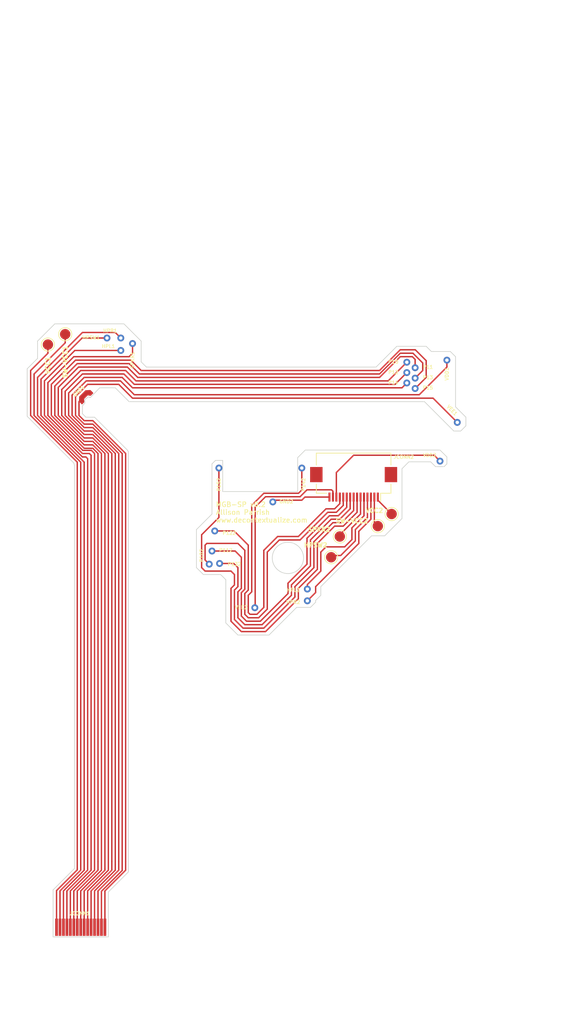
<source format=kicad_pcb>
(kicad_pcb (version 20211014) (generator pcbnew)
  (layers (0 "F.Cu" signal) (31 "B.Cu" signal) (34 "B.Paste" user) (35 "F.Paste" user) (36 "B.SilkS" user "B.Silkscreen") (37 "F.SilkS" user "F.Silkscreen") (38 "B.Mask" user) (39 "F.Mask" user) (44 "Edge.Cuts" user))
  (net 0 "")
  (net 1 "Net-(GND1-Pad1)")
  (net 2 "Net-(JCONN2-Pad15)")
  (net 3 "Net-(HPL1-Pad1)")
  (net 4 "Net-(JCONN2-Pad5)")
  (net 5 "Net-(HPR1-Pad1)")
  (net 6 "Net-(JCONN2-Pad3)")
  (net 7 "Net-(HPSW1-Pad1)")
  (net 8 "Net-(JCONN2-Pad4)")
  (net 9 "Net-(JCONN1-Pad1)")
  (net 10 "Net-(JCONN1-Pad2)")
  (net 11 "Net-(JCONN1-Pad6)")
  (net 12 "Net-(JCONN1-Pad7)")
  (net 13 "Net-(JCONN1-Pad8)")
  (net 14 "Net-(JCONN1-Pad14)")
  (net 15 "Net-(JCONN2-Pad1)")
  (net 16 "Net-(JCONN2-Pad2)")
  (net 17 "Net-(JCONN2-Pad6)")
  (net 18 "Net-(JCONN2-Pad7)")
  (net 19 "Net-(JCONN2-Pad8)")
  (net 20 "Net-(JCONN2-Pad9)")
  (net 21 "Net-(JCONN2-Pad10)")
  (net 22 "Net-(JCONN2-Pad11)")
  (net 23 "Net-(JCONN2-Pad12)")
  (net 24 "Net-(JCONN2-Pad13)")
  (net 25 "Net-(JCONN1-Pad9)")
  (net 26 "Net-(JCONN1-Pad10)")
  (net 27 "Net-(JCONN1-Pad11)")
  (net 28 "Net-(JCONN1-Pad12)")
  (net 29 "Net-(JCONN1-Pad13)")
  (net 30 "Net-(JCONN2-Pad14)")
  (footprint "TestPoint:TestPoint_Pad_D1.5mm" (layer "F.Cu") (at 75 94.25)
    (fp_text reference "VCC2" (at -2.5 -0.5) (layer "F.SilkS") (effects (font (size 0.65 0.65))))
    (fp_text value "MountingHole_Pad")
    (fp_circle (center 0 0) (end 0 0.95) (layer "F.SilkS") (width 0.12) (fill none))
    (pad "1" smd circle locked (at 0 0) (size 1.5 1.5) (layers "F.Cu" "F.Mask") (net 15 "Net-(JCONN2-Pad1)"))
  )
  (footprint "TestPoint:TestPoint_Pad_D1.5mm" (layer "F.Cu") (at 25.25 69.75)
    (fp_text reference "VCC1" (at 0 3 90) (layer "F.SilkS") (effects (font (size 0.65 0.65))))
    (fp_text value "MountingHole_Pad")
    (fp_circle (center 0 0) (end 0 0.95) (layer "F.SilkS") (width 0.12) (fill none))
    (pad "1" smd circle (at 0 0) (size 1.5 1.5) (layers "F.Cu" "F.Mask") (net 9 "Net-(JCONN1-Pad1)"))
  )
  (footprint "TestPoint:TestPoint_Pad_D1.5mm" (layer "F.Cu") (at 27.75 68.25)
    (fp_text reference "SW-VCC1" (at 0 4 90) (layer "F.SilkS") (effects (font (size 0.65 0.65))))
    (fp_text value "MountingHole_Pad")
    (fp_circle (center 0 0) (end 0 0.95) (layer "F.SilkS") (width 0.12) (fill none))
    (pad "1" smd circle (at 0 0) (size 1.5 1.5) (layers "F.Cu" "F.Mask") (net 10 "Net-(JCONN1-Pad2)"))
  )
  (footprint "some-stuff:solder-to-via" (layer "F.Cu") (at 35.8 68.8)
    (fp_text reference "HPR1" (at -1.55 -1.05 unlocked) (layer "F.SilkS") (effects (font (size 0.5 0.5) (thickness 0.1))))
    (fp_text value "MountingHole_Pad")
    (pad "1" thru_hole circle (at 0 0) (size 1 1) (drill 0.5) (layers *.Cu *.Mask) (net 5 "Net-(HPR1-Pad1)"))
  )
  (footprint "some-stuff:solder-to-via" (layer "F.Cu") (at 49 99.6)
    (fp_text reference "P112" (at 2 -0.1 unlocked) (layer "F.SilkS") (effects (font (size 0.5 0.5) (thickness 0.1))))
    (fp_text value "MountingHole_Pad")
    (pad "1" thru_hole circle locked (at 0 0) (size 1 1) (drill 0.5) (layers *.Cu *.Mask) (net 20 "Net-(JCONN2-Pad9)"))
  )
  (footprint "TestPoint:TestPoint_Pad_D1.5mm" (layer "F.Cu") (at 73 96)
    (fp_text reference "SW-VCC2" (at -3.75 -0.75 180) (layer "F.SilkS") (effects (font (size 0.65 0.65))))
    (fp_text value "MountingHole_Pad")
    (fp_circle (center 0 0) (end 0 0.95) (layer "F.SilkS") (width 0.12) (fill none))
    (pad "1" smd circle (at 0 0) (size 1.5 1.5) (layers "F.Cu" "F.Mask") (net 16 "Net-(JCONN2-Pad2)"))
  )
  (footprint "some-stuff:solder-to-via" (layer "F.Cu") (at 77.2 72.3)
    (fp_text reference "P10" (at -1.95 -0.05 unlocked) (layer "F.SilkS") (effects (font (size 0.5 0.5) (thickness 0.1))))
    (fp_text value "MountingHole_Pad")
    (pad "1" thru_hole circle (at 0 0) (size 1 1) (drill 0.5) (layers *.Cu *.Mask) (net 26 "Net-(JCONN1-Pad10)"))
  )
  (footprint "some-stuff:solder-to-via" (layer "F.Cu") (at 49.4 96.7)
    (fp_text reference "P122" (at 2.1 0.3 unlocked) (layer "F.SilkS") (effects (font (size 0.5 0.5) (thickness 0.1))))
    (fp_text value "MountingHole_Pad")
    (pad "1" thru_hole circle (at 0 0) (size 1 1) (drill 0.5) (layers *.Cu *.Mask) (net 22 "Net-(JCONN2-Pad11)"))
  )
  (footprint "some-stuff:ground solder" (layer "F.Cu") (at 30.712132 77.462132 45)
    (fp_text reference "GND1" (at 0 -1.414214 45 unlocked) (layer "F.SilkS") (effects (font (size 0.5 0.5) (thickness 0.1))))
    (fp_text value "MountingHole_Pad")
    (pad "1" connect custom (at 0 -0.3 45) (size 0.456 0.456) (layers "F.Cu" "F.Mask") (net 1 "Net-(GND1-Pad1)") (options (clearance outline) (anchor rect)) (primitives (gr_poly (pts (xy 1.25 0) (xy 1.25 0.55) (xy 0.75 0.55) (xy 0.5 0.2) (xy -0.3 0.2) (xy -0.6 0.55) (xy -1 0.55) (xy -1 0) (xy -0.5 -0.45) (xy 0.75 -0.45)) (width 0.1) (fill yes))))
  )
  (footprint "some-stuff:solder-to-via" (layer "F.Cu") (at 62.8 105.1)
    (fp_text reference "HPL2" (at -2.05 0.15 unlocked) (layer "F.SilkS") (effects (font (size 0.5 0.5) (thickness 0.1))))
    (fp_text value "MountingHole_Pad")
    (pad "1" thru_hole circle locked (at 0 0) (size 1 1) (drill 0.5) (layers *.Cu *.Mask) (net 4 "Net-(JCONN2-Pad5)"))
  )
  (footprint "some-stuff:solder-to-via" (layer "F.Cu") (at 83 72)
    (fp_text reference "VDD1" (at 0 2 90 unlocked) (layer "F.SilkS") (effects (font (size 0.5 0.5) (thickness 0.1))))
    (fp_text value "MountingHole_Pad")
    (pad "1" thru_hole circle (at 0 0) (size 1 1) (drill 0.5) (layers *.Cu *.Mask) (net 29 "Net-(JCONN1-Pad13)"))
  )
  (footprint "some-stuff:solder-to-via" (layer "F.Cu") (at 33.8 68.8)
    (fp_text reference "HPSW1" (at -2.3 -0.05 unlocked) (layer "F.SilkS") (effects (font (size 0.5 0.5) (thickness 0.1))))
    (fp_text value "MountingHole_Pad")
    (pad "1" thru_hole circle (at 0 0) (size 1 1) (drill 0.5) (layers *.Cu *.Mask) (net 7 "Net-(HPSW1-Pad1)"))
  )
  (footprint "some-stuff:solder-to-via" (layer "F.Cu") (at 78.4 74.6)
    (fp_text reference "P13" (at 1.85 -0.1 unlocked) (layer "F.SilkS") (effects (font (size 0.5 0.5) (thickness 0.1))))
    (fp_text value "MountingHole_Pad")
    (pad "1" thru_hole circle (at 0 0) (size 1 1) (drill 0.5) (layers *.Cu *.Mask) (net 13 "Net-(JCONN1-Pad8)"))
  )
  (footprint "some-stuff:solder-to-via" (layer "F.Cu") (at 78.4 76.1)
    (fp_text reference "P15" (at 1.85 -0.1 unlocked) (layer "F.SilkS") (effects (font (size 0.5 0.5) (thickness 0.1))))
    (fp_text value "MountingHole_Pad")
    (pad "1" thru_hole circle (at 0 0) (size 1 1) (drill 0.5) (layers *.Cu *.Mask) (net 12 "Net-(JCONN1-Pad7)"))
  )
  (footprint "some-stuff:solder-to-via" (layer "F.Cu") (at 62.8 106.8)
    (fp_text reference "HPR2" (at -2.05 0.2 unlocked) (layer "F.SilkS") (effects (font (size 0.5 0.5) (thickness 0.1))))
    (fp_text value "MountingHole_Pad")
    (pad "1" thru_hole circle locked (at 0 0) (size 1 1) (drill 0.5) (layers *.Cu *.Mask) (net 6 "Net-(JCONN2-Pad3)"))
  )
  (footprint "some-stuff:solder-to-via" (layer "F.Cu") (at 50.1 101.4)
    (fp_text reference "P132" (at 2.15 0.1 unlocked) (layer "F.SilkS") (effects (font (size 0.5 0.5) (thickness 0.1))))
    (fp_text value "MountingHole_Pad")
    (pad "1" thru_hole circle locked (at 0 0) (size 1 1) (drill 0.5) (layers *.Cu *.Mask) (net 19 "Net-(JCONN2-Pad8)"))
  )
  (footprint "some-stuff:solder-to-via" (layer "F.Cu") (at 84.5 81)
    (fp_text reference "VEE1" (at -0.75 -1.75 -45 unlocked) (layer "F.SilkS") (effects (font (size 0.5 0.5) (thickness 0.1))))
    (fp_text value "MountingHole_Pad")
    (pad "1" thru_hole circle (at 0 0) (size 1 1) (drill 0.5) (layers *.Cu *.Mask) (net 14 "Net-(JCONN1-Pad14)"))
  )
  (footprint "TestPoint:TestPoint_Pad_D1.5mm" (layer "F.Cu") (at 66.25 100.5)
    (fp_text reference "HPSW2" (at -2.25 -1.75 180) (layer "F.SilkS") (effects (font (size 0.65 0.65))))
    (fp_text value "MountingHole_Pad")
    (fp_circle (center 0 0) (end 0 0.95) (layer "F.SilkS") (width 0.12) (fill none))
    (pad "1" smd circle (at 0 0) (size 1.5 1.5) (layers "F.Cu" "F.Mask") (net 8 "Net-(JCONN2-Pad4)"))
  )
  (footprint "some-stuff:solder-to-via" (layer "F.Cu") (at 50 87.6)
    (fp_text reference "P152" (at 0 2.4 90 unlocked) (layer "F.SilkS") (effects (font (size 0.5 0.5) (thickness 0.1))))
    (fp_text value "MountingHole_Pad")
    (pad "1" thru_hole circle locked (at 0 0) (size 1 1) (drill 0.5) (layers *.Cu *.Mask) (net 18 "Net-(JCONN2-Pad7)"))
  )
  (footprint "Connector_FFC-FPC:Hirose_FH12-15S-0.5SH_1x15-1MP_P0.50mm_Horizontal" (layer "F.Cu") (at 69.5 89.95 180)
    (fp_text reference "JCONN2" (at -7.25 3.95) (layer "F.SilkS") (effects (font (size 0.5 0.5) (thickness 0.1))))
    (fp_text value "Conn_01x15_Female")
    (fp_line (start -5.4 4.5) (end 5.4 4.5) (layer "F.SilkS") (width 0.12))
    (fp_line (start 5.4 -1.3) (end 5.4 0.04) (layer "F.SilkS") (width 0.12))
    (fp_line (start -5.4 2.76) (end -5.4 4.5) (layer "F.SilkS") (width 0.12))
    (fp_line (start -3.91 -1.3) (end -5.4 -1.3) (layer "F.SilkS") (width 0.12))
    (fp_line (start -3.91 -1.3) (end -3.91 -2.5) (layer "F.SilkS") (width 0.12))
    (fp_line (start -5.4 -1.3) (end -5.4 0.04) (layer "F.SilkS") (width 0.12))
    (fp_line (start 3.91 -1.3) (end 5.4 -1.3) (layer "F.SilkS") (width 0.12))
    (fp_line (start 5.4 4.5) (end 5.4 2.76) (layer "F.SilkS") (width 0.12))
    (pad "1" smd rect (at -3.5 -1.85 180) (size 0.3 1.3) (layers "F.Cu" "F.Paste" "F.Mask") (net 15 "Net-(JCONN2-Pad1)"))
    (pad "2" smd rect (at -3 -1.85 180) (size 0.3 1.3) (layers "F.Cu" "F.Paste" "F.Mask") (net 16 "Net-(JCONN2-Pad2)"))
    (pad "3" smd rect (at -2.5 -1.85 180) (size 0.3 1.3) (layers "F.Cu" "F.Paste" "F.Mask") (net 6 "Net-(JCONN2-Pad3)"))
    (pad "4" smd rect (at -2 -1.85 180) (size 0.3 1.3) (layers "F.Cu" "F.Paste" "F.Mask") (net 8 "Net-(JCONN2-Pad4)"))
    (pad "5" smd rect (at -1.5 -1.85 180) (size 0.3 1.3) (layers "F.Cu" "F.Paste" "F.Mask") (net 4 "Net-(JCONN2-Pad5)"))
    (pad "6" smd rect (at -1 -1.85 180) (size 0.3 1.3) (layers "F.Cu" "F.Paste" "F.Mask") (net 17 "Net-(JCONN2-Pad6)"))
    (pad "7" smd rect (at -0.5 -1.85 180) (size 0.3 1.3) (layers "F.Cu" "F.Paste" "F.Mask") (net 18 "Net-(JCONN2-Pad7)"))
    (pad "8" smd rect (at 0 -1.85 180) (size 0.3 1.3) (layers "F.Cu" "F.Paste" "F.Mask") (net 19 "Net-(JCONN2-Pad8)"))
    (pad "9" smd rect (at 0.5 -1.85 180) (size 0.3 1.3) (layers "F.Cu" "F.Paste" "F.Mask") (net 20 "Net-(JCONN2-Pad9)"))
    (pad "10" smd rect (at 1 -1.85 180) (size 0.3 1.3) (layers "F.Cu" "F.Paste" "F.Mask") (net 21 "Net-(JCONN2-Pad10)"))
    (pad "11" smd rect (at 1.5 -1.85 180) (size 0.3 1.3) (layers "F.Cu" "F.Paste" "F.Mask") (net 22 "Net-(JCONN2-Pad11)"))
    (pad "12" smd rect (at 2 -1.85 180) (size 0.3 1.3) (layers "F.Cu" "F.Paste" "F.Mask") (net 23 "Net-(JCONN2-Pad12)"))
    (pad "13" smd rect (at 2.5 -1.85 180) (size 0.3 1.3) (layers "F.Cu" "F.Paste" "F.Mask") (net 24 "Net-(JCONN2-Pad13)"))
    (pad "14" smd rect (at 3 -1.85 180) (size 0.3 1.3) (layers "F.Cu" "F.Paste" "F.Mask") (net 30 "Net-(JCONN2-Pad14)"))
    (pad "15" smd rect (at 3.5 -1.85 180) (size 0.3 1.3) (layers "F.Cu" "F.Paste" "F.Mask") (net 2 "Net-(JCONN2-Pad15)"))
    (pad "MP" smd rect (at -5.4 1.4 180) (size 1.8 2.2) (layers "F.Cu" "F.Paste" "F.Mask"))
    (pad "MP" smd rect (at 5.4 1.4 180) (size 1.8 2.2) (layers "F.Cu" "F.Paste" "F.Mask"))
  )
  (footprint "some-stuff:solder-to-via" (layer "F.Cu") (at 77.2 75.3)
    (fp_text reference "P14" (at -1.95 -0.05 unlocked) (layer "F.SilkS") (effects (font (size 0.5 0.5) (thickness 0.1))))
    (fp_text value "MountingHole_Pad")
    (pad "1" thru_hole circle (at 0 0) (size 1 1) (drill 0.5) (layers *.Cu *.Mask) (net 28 "Net-(JCONN1-Pad12)"))
  )
  (footprint "some-stuff:0.5 pitch edge" (layer "F.Cu") (at 26.5 161.25 90)
    (fp_text reference "JCONN1" (at 9.25 3.35 unlocked) (layer "F.SilkS") (effects (font (size 0.5 0.5) (thickness 0.1))))
    (fp_text value "Conn_01x15_Male")
    (pad "1" connect rect (at 7.25 0 90) (size 2.5 0.4) (layers "F.Cu" "F.Mask") (net 9 "Net-(JCONN1-Pad1)"))
    (pad "2" connect rect (at 7.25 0.5 90) (size 2.5 0.4) (layers "F.Cu" "F.Mask") (net 10 "Net-(JCONN1-Pad2)"))
    (pad "3" connect rect (at 7.25 1 90) (size 2.5 0.4) (layers "F.Cu" "F.Mask") (net 5 "Net-(HPR1-Pad1)"))
    (pad "4" connect rect (at 7.25 1.5 90) (size 2.5 0.4) (layers "F.Cu" "F.Mask") (net 7 "Net-(HPSW1-Pad1)"))
    (pad "5" connect rect (at 7.25 2 90) (size 2.5 0.4) (layers "F.Cu" "F.Mask") (net 3 "Net-(HPL1-Pad1)"))
    (pad "6" connect rect (at 7.25 2.5 90) (size 2.5 0.4) (layers "F.Cu" "F.Mask") (net 11 "Net-(JCONN1-Pad6)"))
    (pad "7" connect rect (at 7.25 3 90) (size 2.5 0.4) (layers "F.Cu" "F.Mask") (net 12 "Net-(JCONN1-Pad7)"))
    (pad "8" connect rect (at 7.25 3.5 90) (size 2.5 0.4) (layers "F.Cu" "F.Mask") (net 13 "Net-(JCONN1-Pad8)"))
    (pad "9" connect rect (at 7.25 4 90) (size 2.5 0.4) (layers "F.Cu" "F.Mask") (net 25 "Net-(JCONN1-Pad9)"))
    (pad "10" connect rect (at 7.25 4.5 90) (size 2.5 0.4) (layers "F.Cu" "F.Mask") (net 26 "Net-(JCONN1-Pad10)"))
    (pad "11" connect rect (at 7.25 5 90) (size 2.5 0.4) (layers "F.Cu" "F.Mask") (net 27 "Net-(JCONN1-Pad11)"))
    (pad "12" connect rect (at 7.25 5.5 90) (size 2.5 0.4) (layers "F.Cu" "F.Mask") (net 28 "Net-(JCONN1-Pad12)"))
    (pad "13" connect rect (at 7.25 6 90) (size 2.5 0.4) (layers "F.Cu" "F.Mask") (net 29 "Net-(JCONN1-Pad13)"))
    (pad "14" connect rect (at 7.25 6.5 90) (size 2.5 0.4) (layers "F.Cu" "F.Mask") (net 14 "Net-(JCONN1-Pad14)"))
    (pad "15" connect rect (at 7.25 7 90) (size 2.5 0.4) (layers "F.Cu" "F.Mask") (net 1 "Net-(GND1-Pad1)"))
  )
  (footprint "some-stuff:solder-to-via" (layer "F.Cu") (at 77.2 73.8)
    (fp_text reference "P12" (at -1.95 -0.05 unlocked) (layer "F.SilkS") (effects (font (size 0.5 0.5) (thickness 0.1))))
    (fp_text value "MountingHole_Pad")
    (pad "1" thru_hole circle (at 0 0) (size 1 1) (drill 0.5) (layers *.Cu *.Mask) (net 27 "Net-(JCONN1-Pad11)"))
  )
  (footprint "some-stuff:solder-to-via" (layer "F.Cu") (at 55.2 107.8)
    (fp_text reference "VEE2" (at -1.95 -0.05 unlocked) (layer "F.SilkS") (effects (font (size 0.5 0.5) (thickness 0.1))))
    (fp_text value "MountingHole_Pad")
    (pad "1" thru_hole circle locked (at 0 0) (size 1 1) (drill 0.5) (layers *.Cu *.Mask) (net 30 "Net-(JCONN2-Pad14)"))
  )
  (footprint "some-stuff:solder-to-via" (layer "F.Cu") (at 78.4 73.1)
    (fp_text reference "P11" (at 1.85 -0.1 unlocked) (layer "F.SilkS") (effects (font (size 0.5 0.5) (thickness 0.1))))
    (fp_text value "MountingHole_Pad")
    (pad "1" thru_hole circle (at 0 0) (size 1 1) (drill 0.5) (layers *.Cu *.Mask) (net 25 "Net-(JCONN1-Pad9)"))
  )
  (footprint "some-stuff:solder-to-via" (layer "F.Cu") (at 57.8 92.5)
    (fp_text reference "GND2" (at 1.95 -0.05 unlocked) (layer "F.SilkS") (effects (font (size 0.5 0.5) (thickness 0.1))))
    (fp_text value "MountingHole_Pad")
    (pad "1" thru_hole circle locked (at 0 0) (size 1 1) (drill 0.5) (layers *.Cu *.Mask) (net 2 "Net-(JCONN2-Pad15)"))
  )
  (footprint "some-stuff:solder-to-via" (layer "F.Cu") (at 62 87.6)
    (fp_text reference "P142" (at 0.25 2.4 90 unlocked) (layer "F.SilkS") (effects (font (size 0.5 0.5) (thickness 0.1))))
    (fp_text value "MountingHole_Pad")
    (pad "1" thru_hole circle locked (at 0 0) (size 1 1) (drill 0.5) (layers *.Cu *.Mask) (net 23 "Net-(JCONN2-Pad12)"))
  )
  (footprint "TestPoint:TestPoint_Pad_D1.5mm" (layer "F.Cu") (at 67.5 97.5)
    (fp_text reference "SPKR2" (at -3 -1 180) (layer "F.SilkS") (effects (font (size 0.65 0.65))))
    (fp_text value "MountingHole_Pad")
    (fp_circle (center 0 0) (end 0 0.95) (layer "F.SilkS") (width 0.12) (fill none))
    (pad "1" smd circle (at 0 0) (size 1.5 1.5) (layers "F.Cu" "F.Mask") (net 17 "Net-(JCONN2-Pad6)"))
  )
  (footprint "some-stuff:solder-to-via" (layer "F.Cu") (at 35.8 70.6)
    (fp_text reference "HPL1" (at -1.8 -0.6 unlocked) (layer "F.SilkS") (effects (font (size 0.5 0.5) (thickness 0.1))))
    (fp_text value "MountingHole_Pad")
    (pad "1" thru_hole circle (at 0 0) (size 1 1) (drill 0.5) (layers *.Cu *.Mask) (net 3 "Net-(HPL1-Pad1)"))
  )
  (footprint "some-stuff:solder-to-via" (layer "F.Cu") (at 37.5 69.6)
    (fp_text reference "SPKR1" (at 0 2.4 90 unlocked) (layer "F.SilkS") (effects (font (size 0.5 0.5) (thickness 0.1))))
    (fp_text value "MountingHole_Pad")
    (pad "1" thru_hole circle (at 0 0) (size 1 1) (drill 0.5) (layers *.Cu *.Mask) (net 11 "Net-(JCONN1-Pad6)"))
  )
  (footprint "some-stuff:solder-to-via" (layer "F.Cu") (at 48.6 101.5)
    (fp_text reference "P102" (at -1.1 -1.25 90 unlocked) (layer "F.SilkS") (effects (font (size 0.5 0.5) (thickness 0.1))))
    (fp_text value "MountingHole_Pad")
    (pad "1" thru_hole circle locked (at 0 0) (size 1 1) (drill 0.5) (layers *.Cu *.Mask) (net 21 "Net-(JCONN2-Pad10)"))
  )
  (footprint "some-stuff:solder-to-via" (layer "F.Cu") (at 82 86.6)
    (fp_text reference "VDD2" (at -1.5 -0.85 unlocked) (layer "F.SilkS") (effects (font (size 0.5 0.5) (thickness 0.1))))
    (fp_text value "MountingHole_Pad")
    (pad "1" thru_hole circle locked (at 0 0) (size 1 1) (drill 0.5) (layers *.Cu *.Mask) (net 24 "Net-(JCONN2-Pad13)"))
  )
  (gr_line (start 85 82.25) (end 84 82.25) (layer "Edge.Cuts") (width 0.1))
  (gr_line (start 75.75 70) (end 80 70) (layer "Edge.Cuts") (width 0.1))
  (gr_line (start 83 86) (end 83 87) (layer "Edge.Cuts") (width 0.1))
  (gr_line (start 26 148.6) (end 26 155.4) (layer "Edge.Cuts") (width 0.1))
  (gr_line (start 51 105) (end 51 103.75) (layer "Edge.Cuts") (width 0.1))
  (gr_line (start 49.5 86.5) (end 50.55 86.5) (layer "Edge.Cuts") (width 0.1))
  (gr_line (start 64.75 105.75) (end 64.75 106) (layer "Edge.Cuts") (width 0.1))
  (gr_line (start 36.25 66.75) (end 38.75 69.25) (layer "Edge.Cuts") (width 0.1))
  (gr_line (start 79.75 78) (end 37 78) (layer "Edge.Cuts") (width 0.1))
  (gr_line (start 81.35 87.4) (end 82.6 87.4) (layer "Edge.Cuts") (width 0.1))
  (gr_line (start 36.75 85) (end 36.9 85.25) (layer "Edge.Cuts") (width 0.1))
  (gr_line (start 82.6 87.4) (end 83 87) (layer "Edge.Cuts") (width 0.1))
  (gr_line (start 84 82.25) (end 79.75 78) (layer "Edge.Cuts") (width 0.1))
  (gr_line (start 51 105) (end 51 110) (layer "Edge.Cuts") (width 0.1))
  (gr_line (start 30.6 77.695) (end 31.1 77.3) (layer "Edge.Cuts") (width 0.1))
  (gr_line (start 61.4 91) (end 61.4 86.1) (layer "Edge.Cuts") (width 0.1))
  (gr_line (start 26 155.4) (end 34 155.4) (layer "Edge.Cuts") (width 0.1))
  (gr_line (start 38.75 69.25) (end 38.75 72.25) (layer "Edge.Cuts") (width 0.1))
  (gr_line (start 31.39 77.41) (end 32.75 76) (layer "Edge.Cuts") (width 0.1))
  (gr_line (start 39.5 73) (end 38.75 72.25) (layer "Edge.Cuts") (width 0.1))
  (gr_line (start 30.6 78.2) (end 30.6 77.695) (layer "Edge.Cuts") (width 0.1))
  (gr_line (start 63.25 107.75) (end 64 107) (layer "Edge.Cuts") (width 0.1))
  (gr_line (start 72.1 97.4) (end 73.8 97.4) (layer "Edge.Cuts") (width 0.1))
  (gr_line (start 29.1 145.5) (end 26 148.6) (layer "Edge.Cuts") (width 0.1))
  (gr_line (start 72.1 97.4) (end 64.75 104.75) (layer "Edge.Cuts") (width 0.1))
  (gr_line (start 32.75 76) (end 35 76) (layer "Edge.Cuts") (width 0.1))
  (gr_line (start 23.75 69.25) (end 26.25 66.75) (layer "Edge.Cuts") (width 0.1))
  (gr_line (start 23.75 69.25) (end 23.75 69.25) (layer "Edge.Cuts") (width 0.1))
  (gr_line (start 35 83.25) (end 36.75 85) (layer "Edge.Cuts") (width 0.1))
  (gr_line (start 76.5 87.7) (end 76.5 94.9) (layer "Edge.Cuts") (width 0.1))
  (gr_line (start 39.5 73) (end 72.75 73) (layer "Edge.Cuts") (width 0.1))
  (gr_line (start 50.55 86.5) (end 50.55 91) (layer "Edge.Cuts") (width 0.1))
  (gr_line (start 52.75 111.75) (end 57.25 111.75) (layer "Edge.Cuts") (width 0.1))
  (gr_line (start 23.75 71.5) (end 23.75 69.25) (layer "Edge.Cuts") (width 0.1))
  (gr_line (start 81.35 87.4) (end 80.65 86.7) (layer "Edge.Cuts") (width 0.1))
  (gr_line (start 29.1 145.5) (end 29.1 87.25) (layer "Edge.Cuts") (width 0.1))
  (gr_line (start 30.25 78.6) (end 30.6 78.2) (layer "Edge.Cuts") (width 0.1))
  (gr_line (start 46.75 96.5) (end 49 94.25) (layer "Edge.Cuts") (width 0.1))
  (gr_line (start 51 110) (end 52.75 111.75) (layer "Edge.Cuts") (width 0.1))
  (gr_circle (center 59.987259 100.6) (end 58.387259 99) (layer "Edge.Cuts") (width 0.1) (fill none))
  (gr_line (start 30.25 78.6) (end 30.25 79.75) (layer "Edge.Cuts") (width 0.1))
  (gr_line (start 62.5 85) (end 61.4 86.1) (layer "Edge.Cuts") (width 0.1))
  (gr_line (start 80.65 86.7) (end 77.5 86.7) (layer "Edge.Cuts") (width 0.1))
  (gr_line (start 61.25 107.75) (end 63.25 107.75) (layer "Edge.Cuts") (width 0.1))
  (gr_line (start 22.25 73.25) (end 23.75 71.75) (layer "Edge.Cuts") (width 0.1))
  (gr_line (start 76.5 94.9) (end 74 97.4) (layer "Edge.Cuts") (width 0.1))
  (gr_line (start 34 148.9) (end 34 155.4) (layer "Edge.Cuts") (width 0.1))
  (gr_line (start 46.75 102) (end 46.75 96.5) (layer "Edge.Cuts") (width 0.1))
  (gr_line (start 57.25 111.75) (end 61.25 107.75) (layer "Edge.Cuts") (width 0.1))
  (gr_line (start 29 86.875) (end 29.1 87.25) (layer "Edge.Cuts") (width 0.1))
  (gr_line (start 30.75 80.25) (end 30.25 79.75) (layer "Edge.Cuts") (width 0.1))
  (gr_line (start 64.75 106) (end 64 106.75) (layer "Edge.Cuts") (width 0.1))
  (gr_line (start 84.25 78.75) (end 85.75 80.25) (layer "Edge.Cuts") (width 0.1))
  (gr_line (start 83.5 70.75) (end 84.25 71.5) (layer "Edge.Cuts") (width 0.1))
  (gr_line (start 49 94.25) (end 49 88.5) (layer "Edge.Cuts") (width 0.1))
  (gr_line (start 33.25 81.5) (end 35 83.25) (layer "Edge.Cuts") (width 0.1))
  (gr_line (start 26.25 66.75) (end 36.25 66.75) (layer "Edge.Cuts") (width 0.1))
  (gr_line locked (start 22.25 80.125) (end 29 86.875) (layer "Edge.Cuts") (width 0.1))
  (gr_line (start 47.75 103) (end 46.75 102) (layer "Edge.Cuts") (width 0.1))
  (gr_line locked (start 36.9 146) (end 34 148.9) (layer "Edge.Cuts") (width 0.1))
  (gr_line (start 33.25 81.5) (end 32 80.25) (layer "Edge.Cuts") (width 0.1))
  (gr_line (start 64 106.75) (end 64 107) (layer "Edge.Cuts") (width 0.1))
  (gr_line (start 64.75 104.75) (end 64.75 105.75) (layer "Edge.Cuts") (width 0.1))
  (gr_line (start 22.25 73.25) (end 22.25 80.125) (layer "Edge.Cuts") (width 0.1))
  (gr_line (start 49 87) (end 49.5 86.5) (layer "Edge.Cuts") (width 0.1))
  (gr_line (start 85.75 80.25) (end 85.75 81.5) (layer "Edge.Cuts") (width 0.1))
  (gr_line (start 72.75 73) (end 75.75 70) (layer "Edge.Cuts") (width 0.1))
  (gr_line (start 49 88.5) (end 49 87) (layer "Edge.Cuts") (width 0.1))
  (gr_line (start 50.55 91) (end 61.4 91) (layer "Edge.Cuts") (width 0.1))
  (gr_line (start 50.25 103) (end 51 103.75) (layer "Edge.Cuts") (width 0.1))
  (gr_line (start 50.25 103) (end 47.75 103) (layer "Edge.Cuts") (width 0.1))
  (gr_line (start 74 97.4) (end 73.8 97.4) (layer "Edge.Cuts") (width 0.1))
  (gr_line (start 36.9 146) (end 36.9 85.25) (layer "Edge.Cuts") (width 0.1))
  (gr_line (start 32 80.25) (end 30.75 80.25) (layer "Edge.Cuts") (width 0.1))
  (gr_line (start 80.75 70.75) (end 83.5 70.75) (layer "Edge.Cuts") (width 0.1))
  (gr_line (start 35 76) (end 37 78) (layer "Edge.Cuts") (width 0.1))
  (gr_line (start 76.5 87.7) (end 77.5 86.7) (layer "Edge.Cuts") (width 0.1))
  (gr_line (start 31.1 77.3) (end 31.39 77.41) (layer "Edge.Cuts") (width 0.1))
  (gr_line (start 82 85) (end 83 86) (layer "Edge.Cuts") (width 0.1))
  (gr_line (start 80 70) (end 80.75 70.75) (layer "Edge.Cuts") (width 0.1))
  (gr_line (start 85.75 81.5) (end 85 82.25) (layer "Edge.Cuts") (width 0.1))
  (gr_line (start 84.25 71.5) (end 84.25 78.75) (layer "Edge.Cuts") (width 0.1))
  (gr_line (start 62.5 85) (end 82 85) (layer "Edge.Cuts") (width 0.1))
  (gr_line (start 23.75 71.75) (end 23.75 71.5) (layer "Edge.Cuts") (width 0.1))
  (gr_text "MGB-SP v0.2\nAllison Parrish\nwww.decontextualize.com" (at 49.5 94) (layer "F.SilkS") (effects (font (size 0.7 0.7) (thickness 0.125)) (justify left)))
  (segment (start 33.5 148.75) (end 36.5 145.75) (width 0.2) (layer "F.Cu") (net 1))
  (segment (start 30.5 80.75) (end 31.75 80.75) (width 0.2) (layer "F.Cu") (net 1))
  (segment (start 31.75 80.75) (end 36.5 85.5) (width 0.2) (layer "F.Cu") (net 1))
  (segment (start 30.5 77.25) (end 29.75 78) (width 0.2) (layer "F.Cu") (net 1))
  (segment (start 29.75 78) (end 29.75 80) (width 0.2) (layer "F.Cu") (net 1))
  (segment (start 33.5 154) (end 33.5 148.75) (width 0.2) (layer "F.Cu") (net 1))
  (segment (start 29.75 80) (end 30.5 80.75) (width 0.2) (layer "F.Cu") (net 1))
  (segment (start 36.5 145.75) (end 36.5 144.5) (width 0.2) (layer "F.Cu") (net 1))
  (segment (start 36.5 85.5) (end 36.5 144.5) (width 0.2) (layer "F.Cu") (net 1))
  (segment (start 58.05 92.25) (end 57.8 92.5) (width 0.2) (layer "F.Cu") (net 2))
  (segment (start 62.45 91.8) (end 62 92.25) (width 0.2) (layer "F.Cu") (net 2))
  (segment (start 66 91.8) (end 62.45 91.8) (width 0.2) (layer "F.Cu") (net 2))
  (segment (start 62 92.25) (end 58.05 92.25) (width 0.2) (layer "F.Cu") (net 2))
  (segment (start 24.75 75) (end 24.75 80) (width 0.2) (layer "F.Cu") (net 3))
  (segment (start 29.15 70.6) (end 24.75 75) (width 0.2) (layer "F.Cu") (net 3))
  (segment (start 28.5 154) (end 28.5 148.75) (width 0.2) (layer "F.Cu") (net 3))
  (segment (start 30.25 85.5) (end 31.25 85.5) (width 0.2) (layer "F.Cu") (net 3))
  (segment (start 24.75 80) (end 30.25 85.5) (width 0.2) (layer "F.Cu") (net 3))
  (segment (start 31.25 85.5) (end 31.5 85.75) (width 0.2) (layer "F.Cu") (net 3))
  (segment (start 31.5 145.75) (end 31.5 145.5) (width 0.2) (layer "F.Cu") (net 3))
  (segment (start 35.8 70.6) (end 29.15 70.6) (width 0.2) (layer "F.Cu") (net 3))
  (segment (start 31.5 85.75) (end 31.5 145.5) (width 0.2) (layer "F.Cu") (net 3))
  (segment (start 28.5 148.75) (end 31.5 145.75) (width 0.2) (layer "F.Cu") (net 3))
  (segment (start 69.25 96.25) (end 69.25 97.950736) (width 0.2) (layer "F.Cu") (net 4))
  (segment (start 71 91.8) (end 71 94.5) (width 0.2) (layer "F.Cu") (net 4))
  (segment (start 69.25 97.950736) (end 68.200736 99) (width 0.2) (layer "F.Cu") (net 4))
  (segment (start 65.5 99) (end 64.75 99.75) (width 0.2) (layer "F.Cu") (net 4))
  (segment (start 64.75 102.5) (end 62.8 104.45) (width 0.2) (layer "F.Cu") (net 4))
  (segment (start 64.75 99.75) (end 64.75 102.5) (width 0.2) (layer "F.Cu") (net 4))
  (segment (start 62.8 104.45) (end 62.8 105.1) (width 0.2) (layer "F.Cu") (net 4))
  (segment (start 71 94.5) (end 69.25 96.25) (width 0.2) (layer "F.Cu") (net 4))
  (segment (start 68.200736 99) (end 65.5 99) (width 0.2) (layer "F.Cu") (net 4))
  (segment (start 35 68) (end 30.25 68) (width 0.2) (layer "F.Cu") (net 5))
  (segment (start 30.5 145.75) (end 30.5 145.5) (width 0.2) (layer "F.Cu") (net 5))
  (segment (start 23.75 74.5) (end 23.75 80) (width 0.2) (layer "F.Cu") (net 5))
  (segment (start 27.5 154) (end 27.5 148.75) (width 0.2) (layer "F.Cu") (net 5))
  (segment (start 30.5 86.75) (end 30.5 145.5) (width 0.2) (layer "F.Cu") (net 5))
  (segment (start 27.5 148.75) (end 30.5 145.75) (width 0.2) (layer "F.Cu") (net 5))
  (segment (start 35.8 68.8) (end 35 68) (width 0.2) (layer "F.Cu") (net 5))
  (segment (start 23.75 80) (end 30.5 86.75) (width 0.2) (layer "F.Cu") (net 5))
  (segment (start 30.25 68) (end 23.75 74.5) (width 0.2) (layer "F.Cu") (net 5))
  (segment (start 72 91.8) (end 72 95) (width 0.2) (layer "F.Cu") (net 6))
  (segment (start 72 95) (end 70.25 96.75) (width 0.2) (layer "F.Cu") (net 6))
  (segment (start 64 104.75) (end 64 105.6) (width 0.2) (layer "F.Cu") (net 6))
  (segment (start 70.25 98.5) (end 64 104.75) (width 0.2) (layer "F.Cu") (net 6))
  (segment (start 64 105.6) (end 62.8 106.8) (width 0.2) (layer "F.Cu") (net 6))
  (segment (start 70.25 96.75) (end 70.25 98.5) (width 0.2) (layer "F.Cu") (net 6))
  (segment (start 30.75 86) (end 31 86.25) (width 0.2) (layer "F.Cu") (net 7))
  (segment (start 33.8 68.8) (end 30.2 68.8) (width 0.2) (layer "F.Cu") (net 7))
  (segment (start 31 86.25) (end 31 145) (width 0.2) (layer "F.Cu") (net 7))
  (segment (start 30.2 68.8) (end 24.25 74.75) (width 0.2) (layer "F.Cu") (net 7))
  (segment (start 24.25 74.75) (end 24.25 80) (width 0.2) (layer "F.Cu") (net 7))
  (segment (start 28 154) (end 28 148.75) (width 0.2) (layer "F.Cu") (net 7))
  (segment (start 28 148.75) (end 31 145.75) (width 0.2) (layer "F.Cu") (net 7))
  (segment (start 24.25 80) (end 30.25 86) (width 0.2) (layer "F.Cu") (net 7))
  (segment (start 31 145.75) (end 31 145) (width 0.2) (layer "F.Cu") (net 7))
  (segment (start 30.25 86) (end 30.75 86) (width 0.2) (layer "F.Cu") (net 7))
  (segment (start 69.75 96.5) (end 69.75 98.125) (width 0.2) (layer "F.Cu") (net 8))
  (segment (start 71.5 91.8) (end 71.5 94.75) (width 0.2) (layer "F.Cu") (net 8))
  (segment (start 67.625 100.25) (end 66.25 100.25) (width 0.2) (layer "F.Cu") (net 8))
  (segment (start 69.75 98.125) (end 67.625 100.25) (width 0.2) (layer "F.Cu") (net 8))
  (segment (start 71.5 94.75) (end 69.75 96.5) (width 0.2) (layer "F.Cu") (net 8))
  (segment (start 22.75 73.5) (end 22.75 80) (width 0.2) (layer "F.Cu") (net 9))
  (segment (start 25.25 71) (end 22.75 73.5) (width 0.2) (layer "F.Cu") (net 9))
  (segment (start 22.75 80) (end 29.5 86.75) (width 0.2) (layer "F.Cu") (net 9))
  (segment (start 29.5 145.5) (end 29.5 145.7) (width 0.2) (layer "F.Cu") (net 9))
  (segment (start 29.5 145.7) (end 26.5 148.7) (width 0.2) (layer "F.Cu") (net 9))
  (segment (start 29.5 86.75) (end 29.5 145.5) (width 0.2) (layer "F.Cu") (net 9))
  (segment (start 26.5 148.7) (end 26.5 154) (width 0.2) (layer "F.Cu") (net 9))
  (segment (start 25.25 69.75) (end 25.25 71) (width 0.2) (layer "F.Cu") (net 9))
  (segment (start 27.75 68.25) (end 27.75 69.5) (width 0.2) (layer "F.Cu") (net 10))
  (segment (start 27 148.75) (end 30 145.75) (width 0.2) (layer "F.Cu") (net 10))
  (segment (start 27.75 69.5) (end 23.25 74) (width 0.2) (layer "F.Cu") (net 10))
  (segment (start 30 145.75) (end 30 145) (width 0.2) (layer "F.Cu") (net 10))
  (segment (start 23.25 80) (end 30 86.75) (width 0.2) (layer "F.Cu") (net 10))
  (segment (start 23.25 74) (end 23.25 80) (width 0.2) (layer "F.Cu") (net 10))
  (segment (start 27 154) (end 27 148.75) (width 0.2) (layer "F.Cu") (net 10))
  (segment (start 30 86.75) (end 30 145) (width 0.2) (layer "F.Cu") (net 10))
  (segment (start 32 85.5) (end 32 145) (width 0.2) (layer "F.Cu") (net 11))
  (segment (start 25.25 75.25) (end 25.25 80) (width 0.2) (layer "F.Cu") (net 11))
  (segment (start 30.3 85.05) (end 31.55 85.05) (width 0.2) (layer "F.Cu") (net 11))
  (segment (start 29 148.75) (end 32 145.75) (width 0.2) (layer "F.Cu") (net 11))
  (segment (start 37.5 71) (end 37 71.5) (width 0.2) (layer "F.Cu") (net 11))
  (segment (start 37.5 69.6) (end 37.5 71) (width 0.2) (layer "F.Cu") (net 11))
  (segment (start 29 71.5) (end 25.25 75.25) (width 0.2) (layer "F.Cu") (net 11))
  (segment (start 31.55 85.05) (end 32 85.5) (width 0.2) (layer "F.Cu") (net 11))
  (segment (start 29 154) (end 29 148.75) (width 0.2) (layer "F.Cu") (net 11))
  (segment (start 32 145.75) (end 32 145) (width 0.2) (layer "F.Cu") (net 11))
  (segment (start 37 71.5) (end 29 71.5) (width 0.2) (layer "F.Cu") (net 11))
  (segment (start 25.25 80) (end 30.3 85.05) (width 0.2) (layer "F.Cu") (net 11))
  (segment (start 78.4 76.1) (end 80 74.5) (width 0.2) (layer "F.Cu") (net 12))
  (segment (start 25.75 80) (end 30.5 84.75) (width 0.2) (layer "F.Cu") (net 12))
  (segment (start 32.5 85.5) (end 32.5 144.5) (width 0.2) (layer "F.Cu") (net 12))
  (segment (start 32.5 145.75) (end 32.5 144.5) (width 0.2) (layer "F.Cu") (net 12))
  (segment (start 37.25 72) (end 29.25 72) (width 0.2) (layer "F.Cu") (net 12))
  (segment (start 78.424264 70.5) (end 76.25 70.5) (width 0.2) (layer "F.Cu") (net 12))
  (segment (start 29.25 72) (end 25.75 75.5) (width 0.2) (layer "F.Cu") (net 12))
  (segment (start 80 74.5) (end 80 72.075736) (width 0.2) (layer "F.Cu") (net 12))
  (segment (start 29.5 148.75) (end 32.5 145.75) (width 0.2) (layer "F.Cu") (net 12))
  (segment (start 38.75 73.5) (end 37.25 72) (width 0.2) (layer "F.Cu") (net 12))
  (segment (start 76.25 70.5) (end 73.25 73.5) (width 0.2) (layer "F.Cu") (net 12))
  (segment (start 31.75 84.75) (end 32.5 85.5) (width 0.2) (layer "F.Cu") (net 12))
  (segment (start 73.25 73.5) (end 38.75 73.5) (width 0.2) (layer "F.Cu") (net 12))
  (segment (start 25.75 75.5) (end 25.75 80) (width 0.2) (layer "F.Cu") (net 12))
  (segment (start 30.5 84.75) (end 31.75 84.75) (width 0.2) (layer "F.Cu") (net 12))
  (segment (start 80 72.075736) (end 78.424264 70.5) (width 0.2) (layer "F.Cu") (net 12))
  (segment (start 29.5 154) (end 29.5 148.75) (width 0.2) (layer "F.Cu") (net 12))
  (segment (start 33 145.75) (end 33 145) (width 0.2) (layer "F.Cu") (net 13))
  (segment (start 79.5 73.5) (end 79.5 72.412868) (width 0.2) (layer "F.Cu") (net 13))
  (segment (start 30.5 84.25) (end 31.75 84.25) (width 0.2) (layer "F.Cu") (net 13))
  (segment (start 79.5 72.412868) (end 78.087132 71) (width 0.2) (layer "F.Cu") (net 13))
  (segment (start 33 85.5) (end 33 145) (width 0.2) (layer "F.Cu") (net 13))
  (segment (start 26.25 80) (end 30.5 84.25) (width 0.2) (layer "F.Cu") (net 13))
  (segment (start 78.4 74.6) (end 79.5 73.5) (width 0.2) (layer "F.Cu") (net 13))
  (segment (start 29.5 72.5) (end 26.25 75.75) (width 0.2) (layer "F.Cu") (net 13))
  (segment (start 31.75 84.25) (end 33 85.5) (width 0.2) (layer "F.Cu") (net 13))
  (segment (start 26.25 75.75) (end 26.25 80) (width 0.2) (layer "F.Cu") (net 13))
  (segment (start 76.25 71) (end 73.25 74) (width 0.2) (layer "F.Cu") (net 13))
  (segment (start 78.087132 71) (end 76.25 71) (width 0.2) (layer "F.Cu") (net 13))
  (segment (start 73.25 74) (end 38.5 74) (width 0.2) (layer "F.Cu") (net 13))
  (segment (start 37 72.5) (end 29.5 72.5) (width 0.2) (layer "F.Cu") (net 13))
  (segment (start 38.5 74) (end 37 72.5) (width 0.2) (layer "F.Cu") (net 13))
  (segment (start 30 154) (end 30 148.75) (width 0.2) (layer "F.Cu") (net 13))
  (segment (start 30 148.75) (end 33 145.75) (width 0.2) (layer "F.Cu") (net 13))
  (segment (start 29.25 80) (end 30.5 81.25) (width 0.2) (layer "F.Cu") (net 14))
  (segment (start 36 85.5) (end 36 145.8) (width 0.2) (layer "F.Cu") (net 14))
  (segment (start 84.5 81) (end 81 77.5) (width 0.2) (layer "F.Cu") (net 14))
  (segment (start 30.5 81.25) (end 31.75 81.25) (width 0.2) (layer "F.Cu") (net 14))
  (segment (start 31 75.5) (end 29.25 77.25) (width 0.2) (layer "F.Cu") (net 14))
  (segment (start 31.75 81.25) (end 36 85.5) (width 0.2) (layer "F.Cu") (net 14))
  (segment (start 37.5 77.5) (end 35.5 75.5) (width 0.2) (layer "F.Cu") (net 14))
  (segment (start 81 77.5) (end 37.5 77.5) (width 0.2) (layer "F.Cu") (net 14))
  (segment (start 33 148.8) (end 33 154.4) (width 0.2) (layer "F.Cu") (net 14))
  (segment (start 35.5 75.5) (end 31 75.5) (width 0.2) (layer "F.Cu") (net 14))
  (segment (start 29.25 77.25) (end 29.25 80) (width 0.2) (layer "F.Cu") (net 14))
  (segment (start 36 145.8) (end 33 148.8) (width 0.2) (layer "F.Cu") (net 14))
  (segment (start 73 92.25) (end 75 94.25) (width 0.2) (layer "F.Cu") (net 15))
  (segment (start 73 91.8) (end 73 92.25) (width 0.2) (layer "F.Cu") (net 15))
  (segment (start 72.5 95.5) (end 72.75 95.75) (width 0.2) (layer "F.Cu") (net 16))
  (segment (start 72.5 91.8) (end 72.5 95.5) (width 0.2) (layer "F.Cu") (net 16))
  (segment (start 70.5 94.25) (end 67.75 97) (width 0.2) (layer "F.Cu") (net 17))
  (segment (start 70.5 91.8) (end 70.5 94.25) (width 0.2) (layer "F.Cu") (net 17))
  (segment (start 66.75 96) (end 64.25 98.5) (width 0.2) (layer "F.Cu") (net 18))
  (segment (start 51.75 102.5) (end 48 102.5) (width 0.2) (layer "F.Cu") (net 18))
  (segment (start 70 91.8) (end 70 94) (width 0.2) (layer "F.Cu") (net 18))
  (segment (start 52.25 103) (end 51.75 102.5) (width 0.2) (layer "F.Cu") (net 18))
  (segment (start 47.5 102) (end 47.5 97.25) (width 0.2) (layer "F.Cu") (net 18))
  (segment (start 48 102.5) (end 47.5 102) (width 0.2) (layer "F.Cu") (net 18))
  (segment (start 56.75 111.25) (end 53.25 111.25) (width 0.2) (layer "F.Cu") (net 18))
  (segment (start 50 94.75) (end 50 87.6) (width 0.2) (layer "F.Cu") (net 18))
  (segment (start 51.75 105) (end 52.25 104.5) (width 0.2) (layer "F.Cu") (net 18))
  (segment (start 64.25 102.25) (end 61.5 105) (width 0.2) (layer "F.Cu") (net 18))
  (segment (start 52.25 104.5) (end 52.25 103) (width 0.2) (layer "F.Cu") (net 18))
  (segment (start 47.5 97.25) (end 50 94.75) (width 0.2) (layer "F.Cu") (net 18))
  (segment (start 70 94) (end 68 96) (width 0.2) (layer "F.Cu") (net 18))
  (segment (start 61.5 105) (end 61.5 106.5) (width 0.2) (layer "F.Cu") (net 18))
  (segment (start 64.25 98.5) (end 64.25 102.25) (width 0.2) (layer "F.Cu") (net 18))
  (segment (start 51.75 109.75) (end 51.75 105) (width 0.2) (layer "F.Cu") (net 18))
  (segment (start 61.5 106.5) (end 56.75 111.25) (width 0.2) (layer "F.Cu") (net 18))
  (segment (start 68 96) (end 66.75 96) (width 0.2) (layer "F.Cu") (net 18))
  (segment (start 53.25 111.25) (end 51.75 109.75) (width 0.2) (layer "F.Cu") (net 18))
  (segment (start 61 104.75) (end 63.75 102) (width 0.2) (layer "F.Cu") (net 19))
  (segment (start 52.25 109.5) (end 53.5 110.75) (width 0.2) (layer "F.Cu") (net 19))
  (segment (start 50.1 101.4) (end 52.15 101.4) (width 0.2) (layer "F.Cu") (net 19))
  (segment (start 63.75 98.25) (end 66.5 95.5) (width 0.2) (layer "F.Cu") (net 19))
  (segment (start 52.75 104.75) (end 52.25 105.25) (width 0.2) (layer "F.Cu") (net 19))
  (segment (start 66.5 95.5) (end 67.75 95.5) (width 0.2) (layer "F.Cu") (net 19))
  (segment (start 61 106.25) (end 61 104.75) (width 0.2) (layer "F.Cu") (net 19))
  (segment (start 69.5 93.75) (end 69.5 91.8) (width 0.2) (layer "F.Cu") (net 19))
  (segment (start 63.75 102) (end 63.75 98.25) (width 0.2) (layer "F.Cu") (net 19))
  (segment (start 52.15 101.4) (end 52.75 102) (width 0.2) (layer "F.Cu") (net 19))
  (segment (start 67.75 95.5) (end 69.5 93.75) (width 0.2) (layer "F.Cu") (net 19))
  (segment (start 52.25 105.25) (end 52.25 109.5) (width 0.2) (layer "F.Cu") (net 19))
  (segment (start 52.75 102) (end 52.75 104.75) (width 0.2) (layer "F.Cu") (net 19))
  (segment (start 53.5 110.75) (end 56.5 110.75) (width 0.2) (layer "F.Cu") (net 19))
  (segment (start 56.5 110.75) (end 61 106.25) (width 0.2) (layer "F.Cu") (net 19))
  (segment (start 52.75 109.25) (end 52.75 105.5) (width 0.2) (layer "F.Cu") (net 20))
  (segment (start 52.75 105.5) (end 53.25 105) (width 0.2) (layer "F.Cu") (net 20))
  (segment (start 63.25 101.75) (end 60.5 104.5) (width 0.2) (layer "F.Cu") (net 20))
  (segment (start 69 91.8) (end 69 93.5) (width 0.2) (layer "F.Cu") (net 20))
  (segment (start 53.25 100.5) (end 52.35 99.6) (width 0.2) (layer "F.Cu") (net 20))
  (segment (start 69 93.5) (end 67.5 95) (width 0.2) (layer "F.Cu") (net 20))
  (segment (start 53.75 110.25) (end 52.75 109.25) (width 0.2) (layer "F.Cu") (net 20))
  (segment (start 52.35 99.6) (end 49 99.6) (width 0.2) (layer "F.Cu") (net 20))
  (segment (start 60.5 104.5) (end 60.5 106) (width 0.2) (layer "F.Cu") (net 20))
  (segment (start 66.25 95) (end 63.25 98) (width 0.2) (layer "F.Cu") (net 20))
  (segment (start 63.25 98) (end 63.25 101.75) (width 0.2) (layer "F.Cu") (net 20))
  (segment (start 53.25 105) (end 53.25 100.5) (width 0.2) (layer "F.Cu") (net 20))
  (segment (start 56.25 110.25) (end 53.75 110.25) (width 0.2) (layer "F.Cu") (net 20))
  (segment (start 67.5 95) (end 66.25 95) (width 0.2) (layer "F.Cu") (net 20))
  (segment (start 60.5 106) (end 56.25 110.25) (width 0.2) (layer "F.Cu") (net 20))
  (segment (start 62.75 101.5) (end 60 104.25) (width 0.2) (layer "F.Cu") (net 21))
  (segment (start 54 109.75) (end 53.25 109) (width 0.2) (layer "F.Cu") (net 21))
  (segment (start 68.5 93.28125) (end 67.28125 94.5) (width 0.2) (layer "F.Cu") (net 21))
  (segment (start 48 98.75) (end 48 100.9) (width 0.2) (layer "F.Cu") (net 21))
  (segment (start 53.25 109) (end 53.25 105.625) (width 0.2) (layer "F.Cu") (net 21))
  (segment (start 68.5 91.8) (end 68.5 93.28125) (width 0.2) (layer "F.Cu") (net 21))
  (segment (start 53.75 99.5) (end 52.75 98.5) (width 0.2) (layer "F.Cu") (net 21))
  (segment (start 56 109.75) (end 54 109.75) (width 0.2) (layer "F.Cu") (net 21))
  (segment (start 60 104.25) (end 60 105.75) (width 0.2) (layer "F.Cu") (net 21))
  (segment (start 53.25 105.625) (end 53.75 105.125) (width 0.2) (layer "F.Cu") (net 21))
  (segment (start 53.75 105.125) (end 53.75 99.5) (width 0.2) (layer "F.Cu") (net 21))
  (segment (start 48 100.9) (end 48.6 101.5) (width 0.2) (layer "F.Cu") (net 21))
  (segment (start 67.28125 94.5) (end 66 94.5) (width 0.2) (layer "F.Cu") (net 21))
  (segment (start 60 105.75) (end 56 109.75) (width 0.2) (layer "F.Cu") (net 21))
  (segment (start 48.25 98.5) (end 48 98.75) (width 0.2) (layer "F.Cu") (net 21))
  (segment (start 52.75 98.5) (end 48.25 98.5) (width 0.2) (layer "F.Cu") (net 21))
  (segment (start 66 94.5) (end 62.75 97.75) (width 0.2) (layer "F.Cu") (net 21))
  (segment (start 62.75 97.75) (end 62.75 101.5) (width 0.2) (layer "F.Cu") (net 21))
  (segment (start 68 91.8) (end 68 93) (width 0.2) (layer "F.Cu") (net 22))
  (segment (start 65.75 94) (end 61.75 98) (width 0.2) (layer "F.Cu") (net 22))
  (segment (start 68 93) (end 67 94) (width 0.2) (layer "F.Cu") (net 22))
  (segment (start 52.2 96.7) (end 49.4 96.7) (width 0.2) (layer "F.Cu") (net 22))
  (segment (start 57 108) (end 55.75 109.25) (width 0.2) (layer "F.Cu") (net 22))
  (segment (start 57 99.75) (end 57 108) (width 0.2) (layer "F.Cu") (net 22))
  (segment (start 53.75 105.75) (end 54.25 105.25) (width 0.2) (layer "F.Cu") (net 22))
  (segment (start 67 94) (end 65.75 94) (width 0.2) (layer "F.Cu") (net 22))
  (segment (start 54.25 105.25) (end 54.25 98.75) (width 0.2) (layer "F.Cu") (net 22))
  (segment (start 58.75 98) (end 57 99.75) (width 0.2) (layer "F.Cu") (net 22))
  (segment (start 61.75 98) (end 58.75 98) (width 0.2) (layer "F.Cu") (net 22))
  (segment (start 54.25 98.75) (end 52.2 96.7) (width 0.2) (layer "F.Cu") (net 22))
  (segment (start 54.25 109.25) (end 53.75 108.75) (width 0.2) (layer "F.Cu") (net 22))
  (segment (start 53.75 108.75) (end 53.75 105.75) (width 0.2) (layer "F.Cu") (net 22))
  (segment (start 55.75 109.25) (end 54.25 109.25) (width 0.2) (layer "F.Cu") (net 22))
  (segment (start 65.5 93.5) (end 61.5 97.5) (width 0.2) (layer "F.Cu") (net 23))
  (segment (start 61.520711 91.25) (end 62 90.770711) (width 0.2) (layer "F.Cu") (net 23))
  (segment (start 54.25 106) (end 54.75 105.5) (width 0.2) (layer "F.Cu") (net 23))
  (segment (start 54.75 105.5) (end 54.75 93) (width 0.2) (layer "F.Cu") (net 23))
  (segment (start 62 90.770711) (end 62 87.6) (width 0.2) (layer "F.Cu") (net 23))
  (segment (start 54.25 108.5) (end 54.25 106) (width 0.2) (layer "F.Cu") (net 23))
  (segment (start 58.5 97.5) (end 56.5 99.5) (width 0.2) (layer "F.Cu") (net 23))
  (segment (start 54.75 93) (end 56.5 91.25) (width 0.2) (layer "F.Cu") (net 23))
  (segment (start 54.5 108.75) (end 54.25 108.5) (width 0.2) (layer "F.Cu") (net 23))
  (segment (start 55.5 108.75) (end 54.5 108.75) (width 0.2) (layer "F.Cu") (net 23))
  (segment (start 56.5 107.75) (end 55.5 108.75) (width 0.2) (layer "F.Cu") (net 23))
  (segment (start 66.75 93.5) (end 65.5 93.5) (width 0.2) (layer "F.Cu") (net 23))
  (segment (start 61.5 97.5) (end 58.5 97.5) (width 0.2) (layer "F.Cu") (net 23))
  (segment (start 67.5 92.75) (end 66.75 93.5) (width 0.2) (layer "F.Cu") (net 23))
  (segment (start 56.5 99.5) (end 56.5 107.75) (width 0.2) (layer "F.Cu") (net 23))
  (segment (start 67.5 91.8) (end 67.5 92.75) (width 0.2) (layer "F.Cu") (net 23))
  (segment (start 56.5 91.25) (end 61.520711 91.25) (width 0.2) (layer "F.Cu") (net 23))
  (segment (start 81.15 85.75) (end 82 86.6) (width 0.2) (layer "F.Cu") (net 24))
  (segment (start 69.5 85.75) (end 81.15 85.75) (width 0.2) (layer "F.Cu") (net 24))
  (segment (start 67 91.8) (end 67 88.25) (width 0.2) (layer "F.Cu") (net 24))
  (segment (start 67 88.25) (end 69.5 85.75) (width 0.2) (layer "F.Cu") (net 24))
  (segment (start 30.5 83.75) (end 31.75 83.75) (width 0.2) (layer "F.Cu") (net 25))
  (segment (start 76.25 71.5) (end 73.25 74.5) (width 0.2) (layer "F.Cu") (net 25))
  (segment (start 26.75 80) (end 30.5 83.75) (width 0.2) (layer "F.Cu") (net 25))
  (segment (start 30.5 148.75) (end 33.5 145.75) (width 0.2) (layer "F.Cu") (net 25))
  (segment (start 30.5 154) (end 30.5 148.75) (width 0.2) (layer "F.Cu") (net 25))
  (segment (start 38.25 74.5) (end 36.75 73) (width 0.2) (layer "F.Cu") (net 25))
  (segment (start 78 71.5) (end 76.25 71.5) (width 0.2) (layer "F.Cu") (net 25))
  (segment (start 73.25 74.5) (end 38.25 74.5) (width 0.2) (layer "F.Cu") (net 25))
  (segment (start 29.6875 73) (end 26.75 75.9375) (width 0.2) (layer "F.Cu") (net 25))
  (segment (start 78.4 73.1) (end 78.4 71.9) (width 0.2) (layer "F.Cu") (net 25))
  (segment (start 31.75 83.75) (end 33.5 85.5) (width 0.2) (layer "F.Cu") (net 25))
  (segment (start 26.75 75.9375) (end 26.75 80) (width 0.2) (layer "F.Cu") (net 25))
  (segment (start 33.5 85.5) (end 33.5 145.5) (width 0.2) (layer "F.Cu") (net 25))
  (segment (start 36.75 73) (end 29.6875 73) (width 0.2) (layer "F.Cu") (net 25))
  (segment (start 33.5 145.75) (end 33.5 145.5) (width 0.2) (layer "F.Cu") (net 25))
  (segment (start 78.4 71.9) (end 78 71.5) (width 0.2) (layer "F.Cu") (net 25))
  (segment (start 30 73.5) (end 27.25 76.25) (width 0.2) (layer "F.Cu") (net 26))
  (segment (start 31.75 83.25) (end 34 85.5) (width 0.2) (layer "F.Cu") (net 26))
  (segment (start 30.5 83.25) (end 31.75 83.25) (width 0.2) (layer "F.Cu") (net 26))
  (segment (start 31 148.75) (end 31 154) (width 0.2) (layer "F.Cu") (net 26))
  (segment (start 36.5 73.5) (end 30 73.5) (width 0.2) (layer "F.Cu") (net 26))
  (segment (start 77.2 72.3) (end 74.5 75) (width 0.2) (layer "F.Cu") (net 26))
  (segment (start 27.25 80) (end 30.5 83.25) (width 0.2) (layer "F.Cu") (net 26))
  (segment (start 38 75) (end 36.5 73.5) (width 0.2) (layer "F.Cu") (net 26))
  (segment (start 74.5 75) (end 38 75) (width 0.2) (layer "F.Cu") (net 26))
  (segment (start 34 145.75) (end 31 148.75) (width 0.2) (layer "F.Cu") (net 26))
  (segment (start 27.25 76.25) (end 27.25 80) (width 0.2) (layer "F.Cu") (net 26))
  (segment (start 34 85.5) (end 34 145.75) (width 0.2) (layer "F.Cu") (net 26))
  (segment (start 30.25 74) (end 27.75 76.5) (width 0.2) (layer "F.Cu") (net 27))
  (segment (start 75.5 75.5) (end 37.75 75.5) (width 0.2) (layer "F.Cu") (net 27))
  (segment (start 30.5 82.75) (end 31.75 82.75) (width 0.2) (layer "F.Cu") (net 27))
  (segment (start 34.5 85.5) (end 34.5 144.5) (width 0.2) (layer "F.Cu") (net 27))
  (segment (start 31.5 148.75) (end 34.5 145.75) (width 0.2) (layer "F.Cu") (net 27))
  (segment (start 37.75 75.5) (end 36.25 74) (width 0.2) (layer "F.Cu") (net 27))
  (segment (start 36.25 74) (end 30.25 74) (width 0.2) (layer "F.Cu") (net 27))
  (segment (start 27.75 76.5) (end 27.75 80) (width 0.2) (layer "F.Cu") (net 27))
  (segment (start 34.5 145.75) (end 34.5 144.5) (width 0.2) (layer "F.Cu") (net 27))
  (segment (start 31.5 154) (end 31.5 148.75) (width 0.2) (layer "F.Cu") (net 27))
  (segment (start 77.2 73.8) (end 75.5 75.5) (width 0.2) (layer "F.Cu") (net 27))
  (segment (start 31.75 82.75) (end 34.5 85.5) (width 0.2) (layer "F.Cu") (net 27))
  (segment (start 27.75 80) (end 30.5 82.75) (width 0.2) (layer "F.Cu") (net 27))
  (segment (start 37.5 76) (end 36 74.5) (width 0.2) (layer "F.Cu") (net 28))
  (segment (start 30.5 74.5) (end 28.25 76.75) (width 0.2) (layer "F.Cu") (net 28))
  (segment (start 28.25 80) (end 30.5 82.25) (width 0.2) (layer "F.Cu") (net 28))
  (segment (start 28.25 76.75) (end 28.25 80) (width 0.2) (layer "F.Cu") (net 28))
  (segment (start 32 148.75) (end 35 145.75) (width 0.2) (layer "F.Cu") (net 28))
  (segment (start 32 154) (end 32 148.75) (width 0.2) (layer "F.Cu") (net 28))
  (segment (start 31.75 82.25) (end 35 85.5) (width 0.2) (layer "F.Cu") (net 28))
  (segment (start 30.5 82.25) (end 31.75 82.25) (width 0.2) (layer "F.Cu") (net 28))
  (segment (start 36 74.5) (end 30.5 74.5) (width 0.2) (layer "F.Cu") (net 28))
  (segment (start 77.2 75.3) (end 76.5 76) (width 0.2) (layer "F.Cu") (net 28))
  (segment (start 76.5 76) (end 37.5 76) (width 0.2) (layer "F.Cu") (net 28))
  (segment (start 35 145.75) (end 35 145) (width 0.2) (layer "F.Cu") (net 28))
  (segment (start 35 85.5) (end 35 145) (width 0.2) (layer "F.Cu") (net 28))
  (segment (start 28.75 80) (end 30.5 81.75) (width 0.2) (layer "F.Cu") (net 29))
  (segment (start 83 72) (end 83 73) (width 0.2) (layer "F.Cu") (net 29))
  (segment (start 35.5 145.75) (end 35.5 144.5) (width 0.2) (layer "F.Cu") (net 29))
  (segment (start 32.5 154) (end 32.5 148.75) (width 0.2) (layer "F.Cu") (net 29))
  (segment (start 35.5 85.5) (end 35.5 144.5) (width 0.2) (layer "F.Cu") (net 29))
  (segment (start 28.75 77.05) (end 28.75 80) (width 0.2) (layer "F.Cu") (net 29))
  (segment (start 79 77) (end 37.75 77) (width 0.2) (layer "F.Cu") (net 29))
  (segment (start 83 73) (end 79 77) (width 0.2) (layer "F.Cu") (net 29))
  (segment (start 30.8 75) (end 28.75 77.05) (width 0.2) (layer "F.Cu") (net 29))
  (segment (start 30.5 81.75) (end 31.75 81.75) (width 0.2) (layer "F.Cu") (net 29))
  (segment (start 31.75 81.75) (end 35.5 85.5) (width 0.2) (layer "F.Cu") (net 29))
  (segment (start 32.5 148.75) (end 35.5 145.75) (width 0.2) (layer "F.Cu") (net 29))
  (segment (start 35.75 75) (end 30.8 75) (width 0.2) (layer "F.Cu") (net 29))
  (segment (start 37.75 77) (end 35.75 75) (width 0.2) (layer "F.Cu") (net 29))
  (segment (start 61.75 91.75) (end 56.75 91.75) (width 0.2) (layer "F.Cu") (net 30))
  (segment (start 55.25 93.25) (end 55.25 107.75) (width 0.2) (layer "F.Cu") (net 30))
  (segment (start 66.5 90.95) (end 66.3 90.75) (width 0.2) (layer "F.Cu") (net 30))
  (segment (start 66.5 91.8) (end 66.5 90.95) (width 0.2) (layer "F.Cu") (net 30))
  (segment (start 55.25 107.75) (end 55.2 107.8) (width 0.2) (layer "F.Cu") (net 30))
  (segment (start 62.75 90.75) (end 61.75 91.75) (width 0.2) (layer "F.Cu") (net 30))
  (segment (start 56.75 91.75) (end 55.25 93.25) (width 0.2) (layer "F.Cu") (net 30))
  (segment (start 66.3 90.75) (end 62.75 90.75) (width 0.2) (layer "F.Cu") (net 30))
)
</source>
